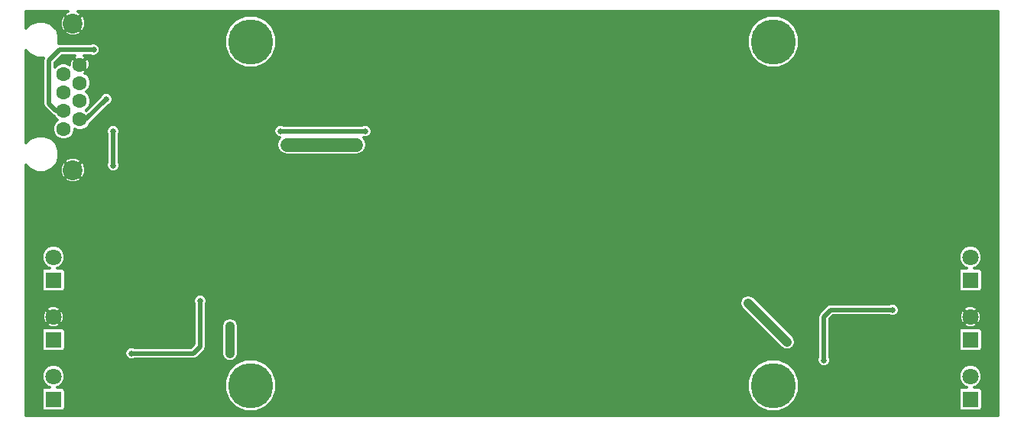
<source format=gbr>
G04 #@! TF.FileFunction,Copper,L2,Bot,Signal*
%FSLAX46Y46*%
G04 Gerber Fmt 4.6, Leading zero omitted, Abs format (unit mm)*
G04 Created by KiCad (PCBNEW 4.0.7) date 03/31/18 19:25:42*
%MOMM*%
%LPD*%
G01*
G04 APERTURE LIST*
%ADD10C,0.150000*%
%ADD11C,2.200000*%
%ADD12C,1.600000*%
%ADD13R,1.800000X1.800000*%
%ADD14C,1.800000*%
%ADD15C,5.000000*%
%ADD16C,0.660400*%
%ADD17C,1.143000*%
%ADD18C,1.016000*%
%ADD19C,1.524000*%
%ADD20C,0.508000*%
%ADD21C,0.304800*%
G04 APERTURE END LIST*
D10*
D11*
X34922000Y-25906000D03*
X34922000Y-42166000D03*
D12*
X33902000Y-33536000D03*
X33902000Y-35566000D03*
X35682000Y-32506000D03*
X35682000Y-34536000D03*
X35682000Y-30476000D03*
X33902000Y-31506000D03*
X35682000Y-36566000D03*
X33902000Y-37596000D03*
D13*
X32766000Y-60960000D03*
D14*
X32766000Y-58420000D03*
D13*
X32766000Y-54356000D03*
D14*
X32766000Y-51816000D03*
D13*
X32766000Y-67564000D03*
D14*
X32766000Y-65024000D03*
D13*
X134366000Y-54356000D03*
D14*
X134366000Y-51816000D03*
D13*
X134366000Y-67564000D03*
D14*
X134366000Y-65024000D03*
D13*
X134366000Y-60960000D03*
D14*
X134366000Y-58420000D03*
D15*
X112522000Y-66040000D03*
X54610000Y-66040000D03*
X54610000Y-27940000D03*
X112522000Y-27940000D03*
D16*
X109728000Y-56896000D03*
X114046000Y-61214000D03*
X52324000Y-62484000D03*
X52324000Y-59436000D03*
D17*
X66294000Y-39370000D03*
X58674000Y-39370000D03*
D16*
X118110000Y-63246000D03*
X125730000Y-57658000D03*
X49022000Y-56642000D03*
X41402000Y-62484000D03*
X40386000Y-65278000D03*
X126746000Y-55118000D03*
X126492000Y-52070000D03*
X40640000Y-48260000D03*
X43180000Y-43688000D03*
X41148000Y-42672000D03*
X45212000Y-41910000D03*
X46482000Y-56642000D03*
X119888000Y-63500000D03*
X122682000Y-62738000D03*
X122682000Y-59944000D03*
X44450000Y-57150000D03*
X44450000Y-59944000D03*
X38608000Y-34290000D03*
X37211000Y-28829000D03*
X67310000Y-37846000D03*
X57912000Y-37846000D03*
X39370000Y-37846000D03*
X39370000Y-41656000D03*
D18*
X114046000Y-61214000D02*
X109728000Y-56896000D01*
X52324000Y-62484000D02*
X52324000Y-59436000D01*
D19*
X58674000Y-39370000D02*
X66294000Y-39370000D01*
D20*
X118110000Y-58420000D02*
X118110000Y-63246000D01*
X118872000Y-57658000D02*
X118110000Y-58420000D01*
X125730000Y-57658000D02*
X118872000Y-57658000D01*
X49022000Y-61722000D02*
X49022000Y-56642000D01*
X48260000Y-62484000D02*
X49022000Y-61722000D01*
X41402000Y-62484000D02*
X48260000Y-62484000D01*
X122682000Y-59944000D02*
X122682000Y-62738000D01*
X44450000Y-59944000D02*
X44450000Y-57150000D01*
X38608000Y-34290000D02*
X36332000Y-36566000D01*
X36332000Y-36566000D02*
X35682000Y-36566000D01*
X32258000Y-31115000D02*
X32258000Y-34798000D01*
X33401000Y-28829000D02*
X37211000Y-28829000D01*
X32258000Y-29972000D02*
X33401000Y-28829000D01*
X32258000Y-31115000D02*
X32258000Y-29972000D01*
X33026000Y-35566000D02*
X33902000Y-35566000D01*
X32258000Y-34798000D02*
X33026000Y-35566000D01*
X57912000Y-37846000D02*
X67310000Y-37846000D01*
X39370000Y-37846000D02*
X39370000Y-41656000D01*
D21*
G36*
X34141393Y-24705084D02*
X34111224Y-24725243D01*
X33990396Y-24920514D01*
X34922000Y-25852118D01*
X35853604Y-24920514D01*
X35732776Y-24725243D01*
X35467490Y-24611400D01*
X137440600Y-24611400D01*
X137440600Y-69368600D01*
X29691400Y-69368600D01*
X29691400Y-66664000D01*
X31451639Y-66664000D01*
X31451639Y-68464000D01*
X31479977Y-68614603D01*
X31568983Y-68752922D01*
X31704790Y-68845715D01*
X31866000Y-68878361D01*
X33666000Y-68878361D01*
X33816603Y-68850023D01*
X33954922Y-68761017D01*
X34047715Y-68625210D01*
X34080361Y-68464000D01*
X34080361Y-66664000D01*
X34071251Y-66615582D01*
X51703096Y-66615582D01*
X52144637Y-67684193D01*
X52961507Y-68502490D01*
X54029345Y-68945895D01*
X55185582Y-68946904D01*
X56254193Y-68505363D01*
X57072490Y-67688493D01*
X57515895Y-66620655D01*
X57515899Y-66615582D01*
X109615096Y-66615582D01*
X110056637Y-67684193D01*
X110873507Y-68502490D01*
X111941345Y-68945895D01*
X113097582Y-68946904D01*
X114166193Y-68505363D01*
X114984490Y-67688493D01*
X115409896Y-66664000D01*
X133051639Y-66664000D01*
X133051639Y-68464000D01*
X133079977Y-68614603D01*
X133168983Y-68752922D01*
X133304790Y-68845715D01*
X133466000Y-68878361D01*
X135266000Y-68878361D01*
X135416603Y-68850023D01*
X135554922Y-68761017D01*
X135647715Y-68625210D01*
X135680361Y-68464000D01*
X135680361Y-66664000D01*
X135652023Y-66513397D01*
X135563017Y-66375078D01*
X135427210Y-66282285D01*
X135266000Y-66249639D01*
X134820723Y-66249639D01*
X135105049Y-66132158D01*
X135472866Y-65764982D01*
X135672173Y-65284999D01*
X135672626Y-64765281D01*
X135474158Y-64284951D01*
X135106982Y-63917134D01*
X134626999Y-63717827D01*
X134107281Y-63717374D01*
X133626951Y-63915842D01*
X133259134Y-64283018D01*
X133059827Y-64763001D01*
X133059374Y-65282719D01*
X133257842Y-65763049D01*
X133625018Y-66130866D01*
X133911054Y-66249639D01*
X133466000Y-66249639D01*
X133315397Y-66277977D01*
X133177078Y-66366983D01*
X133084285Y-66502790D01*
X133051639Y-66664000D01*
X115409896Y-66664000D01*
X115427895Y-66620655D01*
X115428904Y-65464418D01*
X114987363Y-64395807D01*
X114170493Y-63577510D01*
X113723437Y-63391876D01*
X117373272Y-63391876D01*
X117485177Y-63662705D01*
X117692205Y-63870095D01*
X117962838Y-63982472D01*
X118255876Y-63982728D01*
X118526705Y-63870823D01*
X118734095Y-63663795D01*
X118846472Y-63393162D01*
X118846728Y-63100124D01*
X118770400Y-62915397D01*
X118770400Y-60060000D01*
X133051639Y-60060000D01*
X133051639Y-61860000D01*
X133079977Y-62010603D01*
X133168983Y-62148922D01*
X133304790Y-62241715D01*
X133466000Y-62274361D01*
X135266000Y-62274361D01*
X135416603Y-62246023D01*
X135554922Y-62157017D01*
X135647715Y-62021210D01*
X135680361Y-61860000D01*
X135680361Y-60060000D01*
X135652023Y-59909397D01*
X135563017Y-59771078D01*
X135427210Y-59678285D01*
X135266000Y-59645639D01*
X133466000Y-59645639D01*
X133315397Y-59673977D01*
X133177078Y-59762983D01*
X133084285Y-59898790D01*
X133051639Y-60060000D01*
X118770400Y-60060000D01*
X118770400Y-59261226D01*
X133578656Y-59261226D01*
X133675134Y-59435715D01*
X134116420Y-59622781D01*
X134595703Y-59626735D01*
X135040015Y-59446974D01*
X135056866Y-59435715D01*
X135153344Y-59261226D01*
X134366000Y-58473882D01*
X133578656Y-59261226D01*
X118770400Y-59261226D01*
X118770400Y-58693546D01*
X118814243Y-58649703D01*
X133159265Y-58649703D01*
X133339026Y-59094015D01*
X133350285Y-59110866D01*
X133524774Y-59207344D01*
X134312118Y-58420000D01*
X134419882Y-58420000D01*
X135207226Y-59207344D01*
X135381715Y-59110866D01*
X135568781Y-58669580D01*
X135572735Y-58190297D01*
X135392974Y-57745985D01*
X135381715Y-57729134D01*
X135207226Y-57632656D01*
X134419882Y-58420000D01*
X134312118Y-58420000D01*
X133524774Y-57632656D01*
X133350285Y-57729134D01*
X133163219Y-58170420D01*
X133159265Y-58649703D01*
X118814243Y-58649703D01*
X119145547Y-58318400D01*
X125399637Y-58318400D01*
X125582838Y-58394472D01*
X125875876Y-58394728D01*
X126146705Y-58282823D01*
X126354095Y-58075795D01*
X126466472Y-57805162D01*
X126466669Y-57578774D01*
X133578656Y-57578774D01*
X134366000Y-58366118D01*
X135153344Y-57578774D01*
X135056866Y-57404285D01*
X134615580Y-57217219D01*
X134136297Y-57213265D01*
X133691985Y-57393026D01*
X133675134Y-57404285D01*
X133578656Y-57578774D01*
X126466669Y-57578774D01*
X126466728Y-57512124D01*
X126354823Y-57241295D01*
X126147795Y-57033905D01*
X125877162Y-56921528D01*
X125584124Y-56921272D01*
X125399397Y-56997600D01*
X118872000Y-56997600D01*
X118619276Y-57047870D01*
X118405027Y-57191026D01*
X117643027Y-57953027D01*
X117499870Y-58167276D01*
X117449600Y-58420000D01*
X117449600Y-62915637D01*
X117373528Y-63098838D01*
X117373272Y-63391876D01*
X113723437Y-63391876D01*
X113102655Y-63134105D01*
X111946418Y-63133096D01*
X110877807Y-63574637D01*
X110059510Y-64391507D01*
X109616105Y-65459345D01*
X109615096Y-66615582D01*
X57515899Y-66615582D01*
X57516904Y-65464418D01*
X57075363Y-64395807D01*
X56258493Y-63577510D01*
X55190655Y-63134105D01*
X54034418Y-63133096D01*
X52965807Y-63574637D01*
X52147510Y-64391507D01*
X51704105Y-65459345D01*
X51703096Y-66615582D01*
X34071251Y-66615582D01*
X34052023Y-66513397D01*
X33963017Y-66375078D01*
X33827210Y-66282285D01*
X33666000Y-66249639D01*
X33220723Y-66249639D01*
X33505049Y-66132158D01*
X33872866Y-65764982D01*
X34072173Y-65284999D01*
X34072626Y-64765281D01*
X33874158Y-64284951D01*
X33506982Y-63917134D01*
X33026999Y-63717827D01*
X32507281Y-63717374D01*
X32026951Y-63915842D01*
X31659134Y-64283018D01*
X31459827Y-64763001D01*
X31459374Y-65282719D01*
X31657842Y-65763049D01*
X32025018Y-66130866D01*
X32311054Y-66249639D01*
X31866000Y-66249639D01*
X31715397Y-66277977D01*
X31577078Y-66366983D01*
X31484285Y-66502790D01*
X31451639Y-66664000D01*
X29691400Y-66664000D01*
X29691400Y-62629876D01*
X40665272Y-62629876D01*
X40777177Y-62900705D01*
X40984205Y-63108095D01*
X41254838Y-63220472D01*
X41547876Y-63220728D01*
X41732603Y-63144400D01*
X48260000Y-63144400D01*
X48512724Y-63094130D01*
X48726973Y-62950973D01*
X49488974Y-62188973D01*
X49632130Y-61974724D01*
X49682400Y-61722000D01*
X49682400Y-59436000D01*
X51409600Y-59436000D01*
X51409600Y-62484000D01*
X51479205Y-62833926D01*
X51677422Y-63130578D01*
X51974074Y-63328795D01*
X52324000Y-63398400D01*
X52673926Y-63328795D01*
X52970578Y-63130578D01*
X53168795Y-62833926D01*
X53238400Y-62484000D01*
X53238400Y-59436000D01*
X53168795Y-59086074D01*
X52970578Y-58789422D01*
X52673926Y-58591205D01*
X52324000Y-58521600D01*
X51974074Y-58591205D01*
X51677422Y-58789422D01*
X51479205Y-59086074D01*
X51409600Y-59436000D01*
X49682400Y-59436000D01*
X49682400Y-56972363D01*
X49714108Y-56896000D01*
X108813601Y-56896000D01*
X108883205Y-57245925D01*
X109081422Y-57542578D01*
X113399421Y-61860578D01*
X113696075Y-62058795D01*
X114046000Y-62128399D01*
X114395925Y-62058795D01*
X114692578Y-61860578D01*
X114890795Y-61563925D01*
X114960399Y-61214000D01*
X114890795Y-60864075D01*
X114692578Y-60567421D01*
X110374578Y-56249422D01*
X110077925Y-56051205D01*
X109728000Y-55981601D01*
X109378075Y-56051205D01*
X109081422Y-56249422D01*
X108883205Y-56546075D01*
X108813601Y-56896000D01*
X49714108Y-56896000D01*
X49758472Y-56789162D01*
X49758728Y-56496124D01*
X49646823Y-56225295D01*
X49439795Y-56017905D01*
X49169162Y-55905528D01*
X48876124Y-55905272D01*
X48605295Y-56017177D01*
X48397905Y-56224205D01*
X48285528Y-56494838D01*
X48285272Y-56787876D01*
X48361600Y-56972603D01*
X48361600Y-61448453D01*
X47986454Y-61823600D01*
X41732363Y-61823600D01*
X41549162Y-61747528D01*
X41256124Y-61747272D01*
X40985295Y-61859177D01*
X40777905Y-62066205D01*
X40665528Y-62336838D01*
X40665272Y-62629876D01*
X29691400Y-62629876D01*
X29691400Y-60060000D01*
X31451639Y-60060000D01*
X31451639Y-61860000D01*
X31479977Y-62010603D01*
X31568983Y-62148922D01*
X31704790Y-62241715D01*
X31866000Y-62274361D01*
X33666000Y-62274361D01*
X33816603Y-62246023D01*
X33954922Y-62157017D01*
X34047715Y-62021210D01*
X34080361Y-61860000D01*
X34080361Y-60060000D01*
X34052023Y-59909397D01*
X33963017Y-59771078D01*
X33827210Y-59678285D01*
X33666000Y-59645639D01*
X31866000Y-59645639D01*
X31715397Y-59673977D01*
X31577078Y-59762983D01*
X31484285Y-59898790D01*
X31451639Y-60060000D01*
X29691400Y-60060000D01*
X29691400Y-59261226D01*
X31978656Y-59261226D01*
X32075134Y-59435715D01*
X32516420Y-59622781D01*
X32995703Y-59626735D01*
X33440015Y-59446974D01*
X33456866Y-59435715D01*
X33553344Y-59261226D01*
X32766000Y-58473882D01*
X31978656Y-59261226D01*
X29691400Y-59261226D01*
X29691400Y-58649703D01*
X31559265Y-58649703D01*
X31739026Y-59094015D01*
X31750285Y-59110866D01*
X31924774Y-59207344D01*
X32712118Y-58420000D01*
X32819882Y-58420000D01*
X33607226Y-59207344D01*
X33781715Y-59110866D01*
X33968781Y-58669580D01*
X33972735Y-58190297D01*
X33792974Y-57745985D01*
X33781715Y-57729134D01*
X33607226Y-57632656D01*
X32819882Y-58420000D01*
X32712118Y-58420000D01*
X31924774Y-57632656D01*
X31750285Y-57729134D01*
X31563219Y-58170420D01*
X31559265Y-58649703D01*
X29691400Y-58649703D01*
X29691400Y-57578774D01*
X31978656Y-57578774D01*
X32766000Y-58366118D01*
X33553344Y-57578774D01*
X33456866Y-57404285D01*
X33015580Y-57217219D01*
X32536297Y-57213265D01*
X32091985Y-57393026D01*
X32075134Y-57404285D01*
X31978656Y-57578774D01*
X29691400Y-57578774D01*
X29691400Y-53456000D01*
X31451639Y-53456000D01*
X31451639Y-55256000D01*
X31479977Y-55406603D01*
X31568983Y-55544922D01*
X31704790Y-55637715D01*
X31866000Y-55670361D01*
X33666000Y-55670361D01*
X33816603Y-55642023D01*
X33954922Y-55553017D01*
X34047715Y-55417210D01*
X34080361Y-55256000D01*
X34080361Y-53456000D01*
X133051639Y-53456000D01*
X133051639Y-55256000D01*
X133079977Y-55406603D01*
X133168983Y-55544922D01*
X133304790Y-55637715D01*
X133466000Y-55670361D01*
X135266000Y-55670361D01*
X135416603Y-55642023D01*
X135554922Y-55553017D01*
X135647715Y-55417210D01*
X135680361Y-55256000D01*
X135680361Y-53456000D01*
X135652023Y-53305397D01*
X135563017Y-53167078D01*
X135427210Y-53074285D01*
X135266000Y-53041639D01*
X134820723Y-53041639D01*
X135105049Y-52924158D01*
X135472866Y-52556982D01*
X135672173Y-52076999D01*
X135672626Y-51557281D01*
X135474158Y-51076951D01*
X135106982Y-50709134D01*
X134626999Y-50509827D01*
X134107281Y-50509374D01*
X133626951Y-50707842D01*
X133259134Y-51075018D01*
X133059827Y-51555001D01*
X133059374Y-52074719D01*
X133257842Y-52555049D01*
X133625018Y-52922866D01*
X133911054Y-53041639D01*
X133466000Y-53041639D01*
X133315397Y-53069977D01*
X133177078Y-53158983D01*
X133084285Y-53294790D01*
X133051639Y-53456000D01*
X34080361Y-53456000D01*
X34052023Y-53305397D01*
X33963017Y-53167078D01*
X33827210Y-53074285D01*
X33666000Y-53041639D01*
X33220723Y-53041639D01*
X33505049Y-52924158D01*
X33872866Y-52556982D01*
X34072173Y-52076999D01*
X34072626Y-51557281D01*
X33874158Y-51076951D01*
X33506982Y-50709134D01*
X33026999Y-50509827D01*
X32507281Y-50509374D01*
X32026951Y-50707842D01*
X31659134Y-51075018D01*
X31459827Y-51555001D01*
X31459374Y-52074719D01*
X31657842Y-52555049D01*
X32025018Y-52922866D01*
X32311054Y-53041639D01*
X31866000Y-53041639D01*
X31715397Y-53069977D01*
X31577078Y-53158983D01*
X31484285Y-53294790D01*
X31451639Y-53456000D01*
X29691400Y-53456000D01*
X29691400Y-43151486D01*
X33990396Y-43151486D01*
X34111224Y-43346757D01*
X34624797Y-43567148D01*
X35183616Y-43574226D01*
X35702607Y-43366916D01*
X35732776Y-43346757D01*
X35853604Y-43151486D01*
X34922000Y-42219882D01*
X33990396Y-43151486D01*
X29691400Y-43151486D01*
X29691400Y-42427616D01*
X33513774Y-42427616D01*
X33721084Y-42946607D01*
X33741243Y-42976776D01*
X33936514Y-43097604D01*
X34868118Y-42166000D01*
X34975882Y-42166000D01*
X35907486Y-43097604D01*
X36102757Y-42976776D01*
X36323148Y-42463203D01*
X36330226Y-41904384D01*
X36122916Y-41385393D01*
X36102757Y-41355224D01*
X35907486Y-41234396D01*
X34975882Y-42166000D01*
X34868118Y-42166000D01*
X33936514Y-41234396D01*
X33741243Y-41355224D01*
X33520852Y-41868797D01*
X33513774Y-42427616D01*
X29691400Y-42427616D01*
X29691400Y-41587825D01*
X30209802Y-42107133D01*
X30956157Y-42417046D01*
X31764298Y-42417751D01*
X32511192Y-42109141D01*
X33083133Y-41538198D01*
X33231656Y-41180514D01*
X33990396Y-41180514D01*
X34922000Y-42112118D01*
X35853604Y-41180514D01*
X35732776Y-40985243D01*
X35219203Y-40764852D01*
X34660384Y-40757774D01*
X34141393Y-40965084D01*
X34111224Y-40985243D01*
X33990396Y-41180514D01*
X33231656Y-41180514D01*
X33393046Y-40791843D01*
X33393751Y-39983702D01*
X33085141Y-39236808D01*
X32514198Y-38664867D01*
X31767843Y-38354954D01*
X30959702Y-38354249D01*
X30212808Y-38662859D01*
X29691400Y-39183357D01*
X29691400Y-28887825D01*
X30209802Y-29407133D01*
X30956157Y-29717046D01*
X31648956Y-29717650D01*
X31647870Y-29719276D01*
X31597600Y-29972000D01*
X31597600Y-34798000D01*
X31647870Y-35050724D01*
X31791027Y-35264973D01*
X32559027Y-36032973D01*
X32773276Y-36176130D01*
X32855534Y-36192492D01*
X32878667Y-36248478D01*
X33210891Y-36581283D01*
X32879860Y-36911737D01*
X32695810Y-37354979D01*
X32695391Y-37834915D01*
X32878667Y-38278478D01*
X33217737Y-38618140D01*
X33660979Y-38802190D01*
X34140915Y-38802609D01*
X34584478Y-38619333D01*
X34924140Y-38280263D01*
X35043888Y-37991876D01*
X38633272Y-37991876D01*
X38709600Y-38176603D01*
X38709600Y-41325637D01*
X38633528Y-41508838D01*
X38633272Y-41801876D01*
X38745177Y-42072705D01*
X38952205Y-42280095D01*
X39222838Y-42392472D01*
X39515876Y-42392728D01*
X39786705Y-42280823D01*
X39994095Y-42073795D01*
X40106472Y-41803162D01*
X40106728Y-41510124D01*
X40030400Y-41325397D01*
X40030400Y-38176363D01*
X40106472Y-37993162D01*
X40106473Y-37991876D01*
X57175272Y-37991876D01*
X57287177Y-38262705D01*
X57494205Y-38470095D01*
X57764838Y-38582472D01*
X57821954Y-38582522D01*
X57594539Y-38922873D01*
X57505600Y-39370000D01*
X57594539Y-39817127D01*
X57847816Y-40196184D01*
X58226873Y-40449461D01*
X58674000Y-40538400D01*
X66294000Y-40538400D01*
X66741127Y-40449461D01*
X67120184Y-40196184D01*
X67373461Y-39817127D01*
X67462400Y-39370000D01*
X67373461Y-38922873D01*
X67139552Y-38572803D01*
X67162838Y-38582472D01*
X67455876Y-38582728D01*
X67726705Y-38470823D01*
X67934095Y-38263795D01*
X68046472Y-37993162D01*
X68046728Y-37700124D01*
X67934823Y-37429295D01*
X67727795Y-37221905D01*
X67457162Y-37109528D01*
X67164124Y-37109272D01*
X66979397Y-37185600D01*
X58242363Y-37185600D01*
X58059162Y-37109528D01*
X57766124Y-37109272D01*
X57495295Y-37221177D01*
X57287905Y-37428205D01*
X57175528Y-37698838D01*
X57175272Y-37991876D01*
X40106473Y-37991876D01*
X40106728Y-37700124D01*
X39994823Y-37429295D01*
X39787795Y-37221905D01*
X39517162Y-37109528D01*
X39224124Y-37109272D01*
X38953295Y-37221177D01*
X38745905Y-37428205D01*
X38633528Y-37698838D01*
X38633272Y-37991876D01*
X35043888Y-37991876D01*
X35108190Y-37837021D01*
X35108367Y-37634078D01*
X35440979Y-37772190D01*
X35920915Y-37772609D01*
X36364478Y-37589333D01*
X36704140Y-37250263D01*
X36792598Y-37037233D01*
X36798973Y-37032973D01*
X38841370Y-34990576D01*
X39024705Y-34914823D01*
X39232095Y-34707795D01*
X39344472Y-34437162D01*
X39344728Y-34144124D01*
X39232823Y-33873295D01*
X39025795Y-33665905D01*
X38755162Y-33553528D01*
X38462124Y-33553272D01*
X38191295Y-33665177D01*
X37983905Y-33872205D01*
X37907254Y-34056800D01*
X36393205Y-35570849D01*
X36373109Y-35550717D01*
X36704140Y-35220263D01*
X36888190Y-34777021D01*
X36888609Y-34297085D01*
X36705333Y-33853522D01*
X36373109Y-33520717D01*
X36704140Y-33190263D01*
X36888190Y-32747021D01*
X36888609Y-32267085D01*
X36705333Y-31823522D01*
X36366263Y-31483860D01*
X36252321Y-31436547D01*
X36302714Y-31415994D01*
X36312904Y-31409185D01*
X36397205Y-31245087D01*
X35682000Y-30529882D01*
X35667858Y-30544024D01*
X35613976Y-30490142D01*
X35628118Y-30476000D01*
X35735882Y-30476000D01*
X36451087Y-31191205D01*
X36615185Y-31106904D01*
X36785587Y-30701765D01*
X36787978Y-30262255D01*
X36621994Y-29855286D01*
X36615185Y-29845096D01*
X36451087Y-29760795D01*
X35735882Y-30476000D01*
X35628118Y-30476000D01*
X34912913Y-29760795D01*
X34748815Y-29845096D01*
X34578413Y-30250235D01*
X34577163Y-30480081D01*
X34143021Y-30299810D01*
X33663085Y-30299391D01*
X33219522Y-30482667D01*
X32918400Y-30783264D01*
X32918400Y-30245546D01*
X33674546Y-29489400D01*
X35175557Y-29489400D01*
X35061286Y-29536006D01*
X35051096Y-29542815D01*
X34966795Y-29706913D01*
X35682000Y-30422118D01*
X36397205Y-29706913D01*
X36312904Y-29542815D01*
X36185907Y-29489400D01*
X36880637Y-29489400D01*
X37063838Y-29565472D01*
X37356876Y-29565728D01*
X37627705Y-29453823D01*
X37835095Y-29246795D01*
X37947472Y-28976162D01*
X37947728Y-28683124D01*
X37878501Y-28515582D01*
X51703096Y-28515582D01*
X52144637Y-29584193D01*
X52961507Y-30402490D01*
X54029345Y-30845895D01*
X55185582Y-30846904D01*
X56254193Y-30405363D01*
X57072490Y-29588493D01*
X57515895Y-28520655D01*
X57515899Y-28515582D01*
X109615096Y-28515582D01*
X110056637Y-29584193D01*
X110873507Y-30402490D01*
X111941345Y-30845895D01*
X113097582Y-30846904D01*
X114166193Y-30405363D01*
X114984490Y-29588493D01*
X115427895Y-28520655D01*
X115428904Y-27364418D01*
X114987363Y-26295807D01*
X114170493Y-25477510D01*
X113102655Y-25034105D01*
X111946418Y-25033096D01*
X110877807Y-25474637D01*
X110059510Y-26291507D01*
X109616105Y-27359345D01*
X109615096Y-28515582D01*
X57515899Y-28515582D01*
X57516904Y-27364418D01*
X57075363Y-26295807D01*
X56258493Y-25477510D01*
X55190655Y-25034105D01*
X54034418Y-25033096D01*
X52965807Y-25474637D01*
X52147510Y-26291507D01*
X51704105Y-27359345D01*
X51703096Y-28515582D01*
X37878501Y-28515582D01*
X37835823Y-28412295D01*
X37628795Y-28204905D01*
X37358162Y-28092528D01*
X37065124Y-28092272D01*
X36880397Y-28168600D01*
X33401000Y-28168600D01*
X33357588Y-28177235D01*
X33393046Y-28091843D01*
X33393751Y-27283702D01*
X33231691Y-26891486D01*
X33990396Y-26891486D01*
X34111224Y-27086757D01*
X34624797Y-27307148D01*
X35183616Y-27314226D01*
X35702607Y-27106916D01*
X35732776Y-27086757D01*
X35853604Y-26891486D01*
X34922000Y-25959882D01*
X33990396Y-26891486D01*
X33231691Y-26891486D01*
X33085141Y-26536808D01*
X32716594Y-26167616D01*
X33513774Y-26167616D01*
X33721084Y-26686607D01*
X33741243Y-26716776D01*
X33936514Y-26837604D01*
X34868118Y-25906000D01*
X34975882Y-25906000D01*
X35907486Y-26837604D01*
X36102757Y-26716776D01*
X36323148Y-26203203D01*
X36330226Y-25644384D01*
X36122916Y-25125393D01*
X36102757Y-25095224D01*
X35907486Y-24974396D01*
X34975882Y-25906000D01*
X34868118Y-25906000D01*
X33936514Y-24974396D01*
X33741243Y-25095224D01*
X33520852Y-25608797D01*
X33513774Y-26167616D01*
X32716594Y-26167616D01*
X32514198Y-25964867D01*
X31767843Y-25654954D01*
X30959702Y-25654249D01*
X30212808Y-25962859D01*
X29691400Y-26483357D01*
X29691400Y-24611400D01*
X34375927Y-24611400D01*
X34141393Y-24705084D01*
X34141393Y-24705084D01*
G37*
X34141393Y-24705084D02*
X34111224Y-24725243D01*
X33990396Y-24920514D01*
X34922000Y-25852118D01*
X35853604Y-24920514D01*
X35732776Y-24725243D01*
X35467490Y-24611400D01*
X137440600Y-24611400D01*
X137440600Y-69368600D01*
X29691400Y-69368600D01*
X29691400Y-66664000D01*
X31451639Y-66664000D01*
X31451639Y-68464000D01*
X31479977Y-68614603D01*
X31568983Y-68752922D01*
X31704790Y-68845715D01*
X31866000Y-68878361D01*
X33666000Y-68878361D01*
X33816603Y-68850023D01*
X33954922Y-68761017D01*
X34047715Y-68625210D01*
X34080361Y-68464000D01*
X34080361Y-66664000D01*
X34071251Y-66615582D01*
X51703096Y-66615582D01*
X52144637Y-67684193D01*
X52961507Y-68502490D01*
X54029345Y-68945895D01*
X55185582Y-68946904D01*
X56254193Y-68505363D01*
X57072490Y-67688493D01*
X57515895Y-66620655D01*
X57515899Y-66615582D01*
X109615096Y-66615582D01*
X110056637Y-67684193D01*
X110873507Y-68502490D01*
X111941345Y-68945895D01*
X113097582Y-68946904D01*
X114166193Y-68505363D01*
X114984490Y-67688493D01*
X115409896Y-66664000D01*
X133051639Y-66664000D01*
X133051639Y-68464000D01*
X133079977Y-68614603D01*
X133168983Y-68752922D01*
X133304790Y-68845715D01*
X133466000Y-68878361D01*
X135266000Y-68878361D01*
X135416603Y-68850023D01*
X135554922Y-68761017D01*
X135647715Y-68625210D01*
X135680361Y-68464000D01*
X135680361Y-66664000D01*
X135652023Y-66513397D01*
X135563017Y-66375078D01*
X135427210Y-66282285D01*
X135266000Y-66249639D01*
X134820723Y-66249639D01*
X135105049Y-66132158D01*
X135472866Y-65764982D01*
X135672173Y-65284999D01*
X135672626Y-64765281D01*
X135474158Y-64284951D01*
X135106982Y-63917134D01*
X134626999Y-63717827D01*
X134107281Y-63717374D01*
X133626951Y-63915842D01*
X133259134Y-64283018D01*
X133059827Y-64763001D01*
X133059374Y-65282719D01*
X133257842Y-65763049D01*
X133625018Y-66130866D01*
X133911054Y-66249639D01*
X133466000Y-66249639D01*
X133315397Y-66277977D01*
X133177078Y-66366983D01*
X133084285Y-66502790D01*
X133051639Y-66664000D01*
X115409896Y-66664000D01*
X115427895Y-66620655D01*
X115428904Y-65464418D01*
X114987363Y-64395807D01*
X114170493Y-63577510D01*
X113723437Y-63391876D01*
X117373272Y-63391876D01*
X117485177Y-63662705D01*
X117692205Y-63870095D01*
X117962838Y-63982472D01*
X118255876Y-63982728D01*
X118526705Y-63870823D01*
X118734095Y-63663795D01*
X118846472Y-63393162D01*
X118846728Y-63100124D01*
X118770400Y-62915397D01*
X118770400Y-60060000D01*
X133051639Y-60060000D01*
X133051639Y-61860000D01*
X133079977Y-62010603D01*
X133168983Y-62148922D01*
X133304790Y-62241715D01*
X133466000Y-62274361D01*
X135266000Y-62274361D01*
X135416603Y-62246023D01*
X135554922Y-62157017D01*
X135647715Y-62021210D01*
X135680361Y-61860000D01*
X135680361Y-60060000D01*
X135652023Y-59909397D01*
X135563017Y-59771078D01*
X135427210Y-59678285D01*
X135266000Y-59645639D01*
X133466000Y-59645639D01*
X133315397Y-59673977D01*
X133177078Y-59762983D01*
X133084285Y-59898790D01*
X133051639Y-60060000D01*
X118770400Y-60060000D01*
X118770400Y-59261226D01*
X133578656Y-59261226D01*
X133675134Y-59435715D01*
X134116420Y-59622781D01*
X134595703Y-59626735D01*
X135040015Y-59446974D01*
X135056866Y-59435715D01*
X135153344Y-59261226D01*
X134366000Y-58473882D01*
X133578656Y-59261226D01*
X118770400Y-59261226D01*
X118770400Y-58693546D01*
X118814243Y-58649703D01*
X133159265Y-58649703D01*
X133339026Y-59094015D01*
X133350285Y-59110866D01*
X133524774Y-59207344D01*
X134312118Y-58420000D01*
X134419882Y-58420000D01*
X135207226Y-59207344D01*
X135381715Y-59110866D01*
X135568781Y-58669580D01*
X135572735Y-58190297D01*
X135392974Y-57745985D01*
X135381715Y-57729134D01*
X135207226Y-57632656D01*
X134419882Y-58420000D01*
X134312118Y-58420000D01*
X133524774Y-57632656D01*
X133350285Y-57729134D01*
X133163219Y-58170420D01*
X133159265Y-58649703D01*
X118814243Y-58649703D01*
X119145547Y-58318400D01*
X125399637Y-58318400D01*
X125582838Y-58394472D01*
X125875876Y-58394728D01*
X126146705Y-58282823D01*
X126354095Y-58075795D01*
X126466472Y-57805162D01*
X126466669Y-57578774D01*
X133578656Y-57578774D01*
X134366000Y-58366118D01*
X135153344Y-57578774D01*
X135056866Y-57404285D01*
X134615580Y-57217219D01*
X134136297Y-57213265D01*
X133691985Y-57393026D01*
X133675134Y-57404285D01*
X133578656Y-57578774D01*
X126466669Y-57578774D01*
X126466728Y-57512124D01*
X126354823Y-57241295D01*
X126147795Y-57033905D01*
X125877162Y-56921528D01*
X125584124Y-56921272D01*
X125399397Y-56997600D01*
X118872000Y-56997600D01*
X118619276Y-57047870D01*
X118405027Y-57191026D01*
X117643027Y-57953027D01*
X117499870Y-58167276D01*
X117449600Y-58420000D01*
X117449600Y-62915637D01*
X117373528Y-63098838D01*
X117373272Y-63391876D01*
X113723437Y-63391876D01*
X113102655Y-63134105D01*
X111946418Y-63133096D01*
X110877807Y-63574637D01*
X110059510Y-64391507D01*
X109616105Y-65459345D01*
X109615096Y-66615582D01*
X57515899Y-66615582D01*
X57516904Y-65464418D01*
X57075363Y-64395807D01*
X56258493Y-63577510D01*
X55190655Y-63134105D01*
X54034418Y-63133096D01*
X52965807Y-63574637D01*
X52147510Y-64391507D01*
X51704105Y-65459345D01*
X51703096Y-66615582D01*
X34071251Y-66615582D01*
X34052023Y-66513397D01*
X33963017Y-66375078D01*
X33827210Y-66282285D01*
X33666000Y-66249639D01*
X33220723Y-66249639D01*
X33505049Y-66132158D01*
X33872866Y-65764982D01*
X34072173Y-65284999D01*
X34072626Y-64765281D01*
X33874158Y-64284951D01*
X33506982Y-63917134D01*
X33026999Y-63717827D01*
X32507281Y-63717374D01*
X32026951Y-63915842D01*
X31659134Y-64283018D01*
X31459827Y-64763001D01*
X31459374Y-65282719D01*
X31657842Y-65763049D01*
X32025018Y-66130866D01*
X32311054Y-66249639D01*
X31866000Y-66249639D01*
X31715397Y-66277977D01*
X31577078Y-66366983D01*
X31484285Y-66502790D01*
X31451639Y-66664000D01*
X29691400Y-66664000D01*
X29691400Y-62629876D01*
X40665272Y-62629876D01*
X40777177Y-62900705D01*
X40984205Y-63108095D01*
X41254838Y-63220472D01*
X41547876Y-63220728D01*
X41732603Y-63144400D01*
X48260000Y-63144400D01*
X48512724Y-63094130D01*
X48726973Y-62950973D01*
X49488974Y-62188973D01*
X49632130Y-61974724D01*
X49682400Y-61722000D01*
X49682400Y-59436000D01*
X51409600Y-59436000D01*
X51409600Y-62484000D01*
X51479205Y-62833926D01*
X51677422Y-63130578D01*
X51974074Y-63328795D01*
X52324000Y-63398400D01*
X52673926Y-63328795D01*
X52970578Y-63130578D01*
X53168795Y-62833926D01*
X53238400Y-62484000D01*
X53238400Y-59436000D01*
X53168795Y-59086074D01*
X52970578Y-58789422D01*
X52673926Y-58591205D01*
X52324000Y-58521600D01*
X51974074Y-58591205D01*
X51677422Y-58789422D01*
X51479205Y-59086074D01*
X51409600Y-59436000D01*
X49682400Y-59436000D01*
X49682400Y-56972363D01*
X49714108Y-56896000D01*
X108813601Y-56896000D01*
X108883205Y-57245925D01*
X109081422Y-57542578D01*
X113399421Y-61860578D01*
X113696075Y-62058795D01*
X114046000Y-62128399D01*
X114395925Y-62058795D01*
X114692578Y-61860578D01*
X114890795Y-61563925D01*
X114960399Y-61214000D01*
X114890795Y-60864075D01*
X114692578Y-60567421D01*
X110374578Y-56249422D01*
X110077925Y-56051205D01*
X109728000Y-55981601D01*
X109378075Y-56051205D01*
X109081422Y-56249422D01*
X108883205Y-56546075D01*
X108813601Y-56896000D01*
X49714108Y-56896000D01*
X49758472Y-56789162D01*
X49758728Y-56496124D01*
X49646823Y-56225295D01*
X49439795Y-56017905D01*
X49169162Y-55905528D01*
X48876124Y-55905272D01*
X48605295Y-56017177D01*
X48397905Y-56224205D01*
X48285528Y-56494838D01*
X48285272Y-56787876D01*
X48361600Y-56972603D01*
X48361600Y-61448453D01*
X47986454Y-61823600D01*
X41732363Y-61823600D01*
X41549162Y-61747528D01*
X41256124Y-61747272D01*
X40985295Y-61859177D01*
X40777905Y-62066205D01*
X40665528Y-62336838D01*
X40665272Y-62629876D01*
X29691400Y-62629876D01*
X29691400Y-60060000D01*
X31451639Y-60060000D01*
X31451639Y-61860000D01*
X31479977Y-62010603D01*
X31568983Y-62148922D01*
X31704790Y-62241715D01*
X31866000Y-62274361D01*
X33666000Y-62274361D01*
X33816603Y-62246023D01*
X33954922Y-62157017D01*
X34047715Y-62021210D01*
X34080361Y-61860000D01*
X34080361Y-60060000D01*
X34052023Y-59909397D01*
X33963017Y-59771078D01*
X33827210Y-59678285D01*
X33666000Y-59645639D01*
X31866000Y-59645639D01*
X31715397Y-59673977D01*
X31577078Y-59762983D01*
X31484285Y-59898790D01*
X31451639Y-60060000D01*
X29691400Y-60060000D01*
X29691400Y-59261226D01*
X31978656Y-59261226D01*
X32075134Y-59435715D01*
X32516420Y-59622781D01*
X32995703Y-59626735D01*
X33440015Y-59446974D01*
X33456866Y-59435715D01*
X33553344Y-59261226D01*
X32766000Y-58473882D01*
X31978656Y-59261226D01*
X29691400Y-59261226D01*
X29691400Y-58649703D01*
X31559265Y-58649703D01*
X31739026Y-59094015D01*
X31750285Y-59110866D01*
X31924774Y-59207344D01*
X32712118Y-58420000D01*
X32819882Y-58420000D01*
X33607226Y-59207344D01*
X33781715Y-59110866D01*
X33968781Y-58669580D01*
X33972735Y-58190297D01*
X33792974Y-57745985D01*
X33781715Y-57729134D01*
X33607226Y-57632656D01*
X32819882Y-58420000D01*
X32712118Y-58420000D01*
X31924774Y-57632656D01*
X31750285Y-57729134D01*
X31563219Y-58170420D01*
X31559265Y-58649703D01*
X29691400Y-58649703D01*
X29691400Y-57578774D01*
X31978656Y-57578774D01*
X32766000Y-58366118D01*
X33553344Y-57578774D01*
X33456866Y-57404285D01*
X33015580Y-57217219D01*
X32536297Y-57213265D01*
X32091985Y-57393026D01*
X32075134Y-57404285D01*
X31978656Y-57578774D01*
X29691400Y-57578774D01*
X29691400Y-53456000D01*
X31451639Y-53456000D01*
X31451639Y-55256000D01*
X31479977Y-55406603D01*
X31568983Y-55544922D01*
X31704790Y-55637715D01*
X31866000Y-55670361D01*
X33666000Y-55670361D01*
X33816603Y-55642023D01*
X33954922Y-55553017D01*
X34047715Y-55417210D01*
X34080361Y-55256000D01*
X34080361Y-53456000D01*
X133051639Y-53456000D01*
X133051639Y-55256000D01*
X133079977Y-55406603D01*
X133168983Y-55544922D01*
X133304790Y-55637715D01*
X133466000Y-55670361D01*
X135266000Y-55670361D01*
X135416603Y-55642023D01*
X135554922Y-55553017D01*
X135647715Y-55417210D01*
X135680361Y-55256000D01*
X135680361Y-53456000D01*
X135652023Y-53305397D01*
X135563017Y-53167078D01*
X135427210Y-53074285D01*
X135266000Y-53041639D01*
X134820723Y-53041639D01*
X135105049Y-52924158D01*
X135472866Y-52556982D01*
X135672173Y-52076999D01*
X135672626Y-51557281D01*
X135474158Y-51076951D01*
X135106982Y-50709134D01*
X134626999Y-50509827D01*
X134107281Y-50509374D01*
X133626951Y-50707842D01*
X133259134Y-51075018D01*
X133059827Y-51555001D01*
X133059374Y-52074719D01*
X133257842Y-52555049D01*
X133625018Y-52922866D01*
X133911054Y-53041639D01*
X133466000Y-53041639D01*
X133315397Y-53069977D01*
X133177078Y-53158983D01*
X133084285Y-53294790D01*
X133051639Y-53456000D01*
X34080361Y-53456000D01*
X34052023Y-53305397D01*
X33963017Y-53167078D01*
X33827210Y-53074285D01*
X33666000Y-53041639D01*
X33220723Y-53041639D01*
X33505049Y-52924158D01*
X33872866Y-52556982D01*
X34072173Y-52076999D01*
X34072626Y-51557281D01*
X33874158Y-51076951D01*
X33506982Y-50709134D01*
X33026999Y-50509827D01*
X32507281Y-50509374D01*
X32026951Y-50707842D01*
X31659134Y-51075018D01*
X31459827Y-51555001D01*
X31459374Y-52074719D01*
X31657842Y-52555049D01*
X32025018Y-52922866D01*
X32311054Y-53041639D01*
X31866000Y-53041639D01*
X31715397Y-53069977D01*
X31577078Y-53158983D01*
X31484285Y-53294790D01*
X31451639Y-53456000D01*
X29691400Y-53456000D01*
X29691400Y-43151486D01*
X33990396Y-43151486D01*
X34111224Y-43346757D01*
X34624797Y-43567148D01*
X35183616Y-43574226D01*
X35702607Y-43366916D01*
X35732776Y-43346757D01*
X35853604Y-43151486D01*
X34922000Y-42219882D01*
X33990396Y-43151486D01*
X29691400Y-43151486D01*
X29691400Y-42427616D01*
X33513774Y-42427616D01*
X33721084Y-42946607D01*
X33741243Y-42976776D01*
X33936514Y-43097604D01*
X34868118Y-42166000D01*
X34975882Y-42166000D01*
X35907486Y-43097604D01*
X36102757Y-42976776D01*
X36323148Y-42463203D01*
X36330226Y-41904384D01*
X36122916Y-41385393D01*
X36102757Y-41355224D01*
X35907486Y-41234396D01*
X34975882Y-42166000D01*
X34868118Y-42166000D01*
X33936514Y-41234396D01*
X33741243Y-41355224D01*
X33520852Y-41868797D01*
X33513774Y-42427616D01*
X29691400Y-42427616D01*
X29691400Y-41587825D01*
X30209802Y-42107133D01*
X30956157Y-42417046D01*
X31764298Y-42417751D01*
X32511192Y-42109141D01*
X33083133Y-41538198D01*
X33231656Y-41180514D01*
X33990396Y-41180514D01*
X34922000Y-42112118D01*
X35853604Y-41180514D01*
X35732776Y-40985243D01*
X35219203Y-40764852D01*
X34660384Y-40757774D01*
X34141393Y-40965084D01*
X34111224Y-40985243D01*
X33990396Y-41180514D01*
X33231656Y-41180514D01*
X33393046Y-40791843D01*
X33393751Y-39983702D01*
X33085141Y-39236808D01*
X32514198Y-38664867D01*
X31767843Y-38354954D01*
X30959702Y-38354249D01*
X30212808Y-38662859D01*
X29691400Y-39183357D01*
X29691400Y-28887825D01*
X30209802Y-29407133D01*
X30956157Y-29717046D01*
X31648956Y-29717650D01*
X31647870Y-29719276D01*
X31597600Y-29972000D01*
X31597600Y-34798000D01*
X31647870Y-35050724D01*
X31791027Y-35264973D01*
X32559027Y-36032973D01*
X32773276Y-36176130D01*
X32855534Y-36192492D01*
X32878667Y-36248478D01*
X33210891Y-36581283D01*
X32879860Y-36911737D01*
X32695810Y-37354979D01*
X32695391Y-37834915D01*
X32878667Y-38278478D01*
X33217737Y-38618140D01*
X33660979Y-38802190D01*
X34140915Y-38802609D01*
X34584478Y-38619333D01*
X34924140Y-38280263D01*
X35043888Y-37991876D01*
X38633272Y-37991876D01*
X38709600Y-38176603D01*
X38709600Y-41325637D01*
X38633528Y-41508838D01*
X38633272Y-41801876D01*
X38745177Y-42072705D01*
X38952205Y-42280095D01*
X39222838Y-42392472D01*
X39515876Y-42392728D01*
X39786705Y-42280823D01*
X39994095Y-42073795D01*
X40106472Y-41803162D01*
X40106728Y-41510124D01*
X40030400Y-41325397D01*
X40030400Y-38176363D01*
X40106472Y-37993162D01*
X40106473Y-37991876D01*
X57175272Y-37991876D01*
X57287177Y-38262705D01*
X57494205Y-38470095D01*
X57764838Y-38582472D01*
X57821954Y-38582522D01*
X57594539Y-38922873D01*
X57505600Y-39370000D01*
X57594539Y-39817127D01*
X57847816Y-40196184D01*
X58226873Y-40449461D01*
X58674000Y-40538400D01*
X66294000Y-40538400D01*
X66741127Y-40449461D01*
X67120184Y-40196184D01*
X67373461Y-39817127D01*
X67462400Y-39370000D01*
X67373461Y-38922873D01*
X67139552Y-38572803D01*
X67162838Y-38582472D01*
X67455876Y-38582728D01*
X67726705Y-38470823D01*
X67934095Y-38263795D01*
X68046472Y-37993162D01*
X68046728Y-37700124D01*
X67934823Y-37429295D01*
X67727795Y-37221905D01*
X67457162Y-37109528D01*
X67164124Y-37109272D01*
X66979397Y-37185600D01*
X58242363Y-37185600D01*
X58059162Y-37109528D01*
X57766124Y-37109272D01*
X57495295Y-37221177D01*
X57287905Y-37428205D01*
X57175528Y-37698838D01*
X57175272Y-37991876D01*
X40106473Y-37991876D01*
X40106728Y-37700124D01*
X39994823Y-37429295D01*
X39787795Y-37221905D01*
X39517162Y-37109528D01*
X39224124Y-37109272D01*
X38953295Y-37221177D01*
X38745905Y-37428205D01*
X38633528Y-37698838D01*
X38633272Y-37991876D01*
X35043888Y-37991876D01*
X35108190Y-37837021D01*
X35108367Y-37634078D01*
X35440979Y-37772190D01*
X35920915Y-37772609D01*
X36364478Y-37589333D01*
X36704140Y-37250263D01*
X36792598Y-37037233D01*
X36798973Y-37032973D01*
X38841370Y-34990576D01*
X39024705Y-34914823D01*
X39232095Y-34707795D01*
X39344472Y-34437162D01*
X39344728Y-34144124D01*
X39232823Y-33873295D01*
X39025795Y-33665905D01*
X38755162Y-33553528D01*
X38462124Y-33553272D01*
X38191295Y-33665177D01*
X37983905Y-33872205D01*
X37907254Y-34056800D01*
X36393205Y-35570849D01*
X36373109Y-35550717D01*
X36704140Y-35220263D01*
X36888190Y-34777021D01*
X36888609Y-34297085D01*
X36705333Y-33853522D01*
X36373109Y-33520717D01*
X36704140Y-33190263D01*
X36888190Y-32747021D01*
X36888609Y-32267085D01*
X36705333Y-31823522D01*
X36366263Y-31483860D01*
X36252321Y-31436547D01*
X36302714Y-31415994D01*
X36312904Y-31409185D01*
X36397205Y-31245087D01*
X35682000Y-30529882D01*
X35667858Y-30544024D01*
X35613976Y-30490142D01*
X35628118Y-30476000D01*
X35735882Y-30476000D01*
X36451087Y-31191205D01*
X36615185Y-31106904D01*
X36785587Y-30701765D01*
X36787978Y-30262255D01*
X36621994Y-29855286D01*
X36615185Y-29845096D01*
X36451087Y-29760795D01*
X35735882Y-30476000D01*
X35628118Y-30476000D01*
X34912913Y-29760795D01*
X34748815Y-29845096D01*
X34578413Y-30250235D01*
X34577163Y-30480081D01*
X34143021Y-30299810D01*
X33663085Y-30299391D01*
X33219522Y-30482667D01*
X32918400Y-30783264D01*
X32918400Y-30245546D01*
X33674546Y-29489400D01*
X35175557Y-29489400D01*
X35061286Y-29536006D01*
X35051096Y-29542815D01*
X34966795Y-29706913D01*
X35682000Y-30422118D01*
X36397205Y-29706913D01*
X36312904Y-29542815D01*
X36185907Y-29489400D01*
X36880637Y-29489400D01*
X37063838Y-29565472D01*
X37356876Y-29565728D01*
X37627705Y-29453823D01*
X37835095Y-29246795D01*
X37947472Y-28976162D01*
X37947728Y-28683124D01*
X37878501Y-28515582D01*
X51703096Y-28515582D01*
X52144637Y-29584193D01*
X52961507Y-30402490D01*
X54029345Y-30845895D01*
X55185582Y-30846904D01*
X56254193Y-30405363D01*
X57072490Y-29588493D01*
X57515895Y-28520655D01*
X57515899Y-28515582D01*
X109615096Y-28515582D01*
X110056637Y-29584193D01*
X110873507Y-30402490D01*
X111941345Y-30845895D01*
X113097582Y-30846904D01*
X114166193Y-30405363D01*
X114984490Y-29588493D01*
X115427895Y-28520655D01*
X115428904Y-27364418D01*
X114987363Y-26295807D01*
X114170493Y-25477510D01*
X113102655Y-25034105D01*
X111946418Y-25033096D01*
X110877807Y-25474637D01*
X110059510Y-26291507D01*
X109616105Y-27359345D01*
X109615096Y-28515582D01*
X57515899Y-28515582D01*
X57516904Y-27364418D01*
X57075363Y-26295807D01*
X56258493Y-25477510D01*
X55190655Y-25034105D01*
X54034418Y-25033096D01*
X52965807Y-25474637D01*
X52147510Y-26291507D01*
X51704105Y-27359345D01*
X51703096Y-28515582D01*
X37878501Y-28515582D01*
X37835823Y-28412295D01*
X37628795Y-28204905D01*
X37358162Y-28092528D01*
X37065124Y-28092272D01*
X36880397Y-28168600D01*
X33401000Y-28168600D01*
X33357588Y-28177235D01*
X33393046Y-28091843D01*
X33393751Y-27283702D01*
X33231691Y-26891486D01*
X33990396Y-26891486D01*
X34111224Y-27086757D01*
X34624797Y-27307148D01*
X35183616Y-27314226D01*
X35702607Y-27106916D01*
X35732776Y-27086757D01*
X35853604Y-26891486D01*
X34922000Y-25959882D01*
X33990396Y-26891486D01*
X33231691Y-26891486D01*
X33085141Y-26536808D01*
X32716594Y-26167616D01*
X33513774Y-26167616D01*
X33721084Y-26686607D01*
X33741243Y-26716776D01*
X33936514Y-26837604D01*
X34868118Y-25906000D01*
X34975882Y-25906000D01*
X35907486Y-26837604D01*
X36102757Y-26716776D01*
X36323148Y-26203203D01*
X36330226Y-25644384D01*
X36122916Y-25125393D01*
X36102757Y-25095224D01*
X35907486Y-24974396D01*
X34975882Y-25906000D01*
X34868118Y-25906000D01*
X33936514Y-24974396D01*
X33741243Y-25095224D01*
X33520852Y-25608797D01*
X33513774Y-26167616D01*
X32716594Y-26167616D01*
X32514198Y-25964867D01*
X31767843Y-25654954D01*
X30959702Y-25654249D01*
X30212808Y-25962859D01*
X29691400Y-26483357D01*
X29691400Y-24611400D01*
X34375927Y-24611400D01*
X34141393Y-24705084D01*
M02*

</source>
